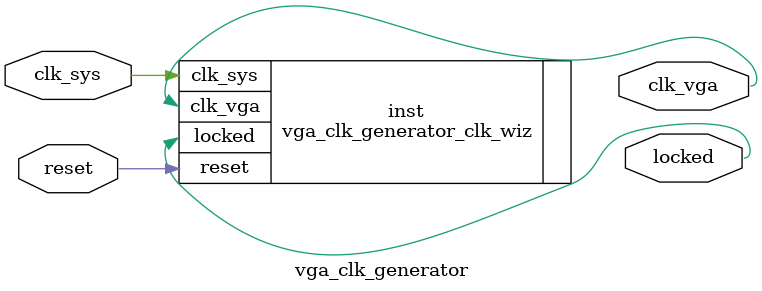
<source format=v>


`timescale 1ps/1ps

(* CORE_GENERATION_INFO = "vga_clk_generator,clk_wiz_v6_0_4_0_0,{component_name=vga_clk_generator,use_phase_alignment=true,use_min_o_jitter=false,use_max_i_jitter=false,use_dyn_phase_shift=false,use_inclk_switchover=false,use_dyn_reconfig=false,enable_axi=0,feedback_source=FDBK_AUTO,PRIMITIVE=MMCM,num_out_clk=1,clkin1_period=10.000,clkin2_period=10.000,use_power_down=false,use_reset=true,use_locked=true,use_inclk_stopped=false,feedback_type=SINGLE,CLOCK_MGR_TYPE=NA,manual_override=false}" *)

module vga_clk_generator 
 (
  // Clock out ports
  output        clk_vga,
  // Status and control signals
  input         reset,
  output        locked,
 // Clock in ports
  input         clk_sys
 );

  vga_clk_generator_clk_wiz inst
  (
  // Clock out ports  
  .clk_vga(clk_vga),
  // Status and control signals               
  .reset(reset), 
  .locked(locked),
 // Clock in ports
  .clk_sys(clk_sys)
  );

endmodule

</source>
